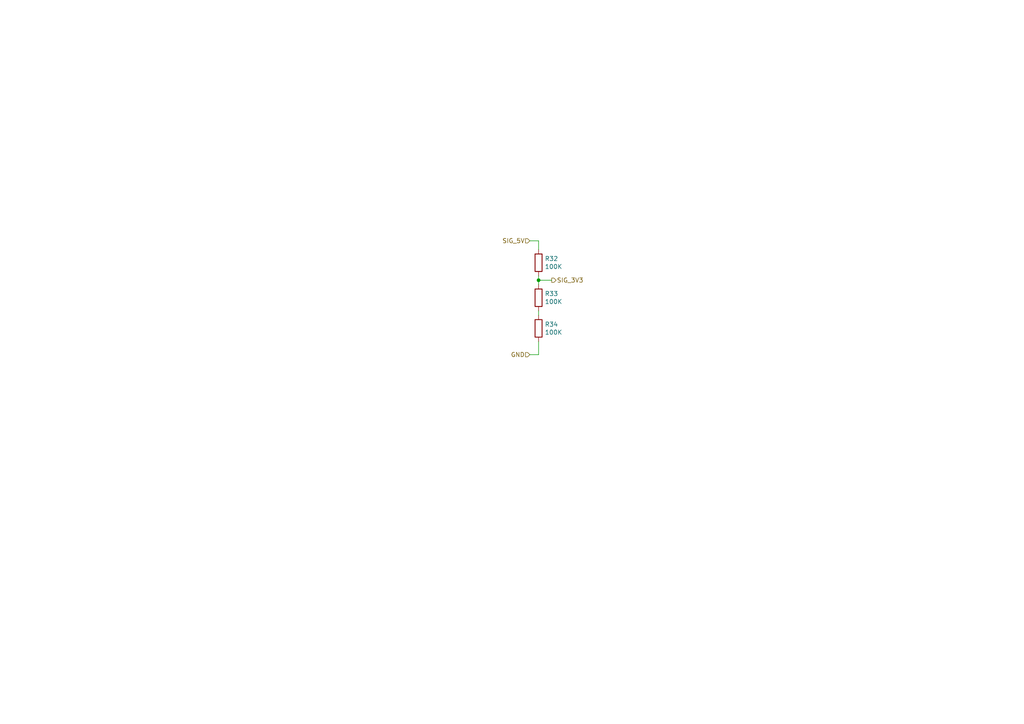
<source format=kicad_sch>
(kicad_sch (version 20211123) (generator eeschema)
  (paper "A4")
  (lib_symbols
    (symbol "Device:R" (pin_numbers hide) (pin_names (offset 0))
      (property "Reference" "R" (at 2.032 0 90))
      (property "Value" "R" (at 0 0 90))
      (symbol "R_0_1"
        (rectangle (start -1.016 -2.54) (end 1.016 2.54) (stroke (width 0.254)))
      )
      (symbol "R_1_1"
        (pin passive line (at 0 3.81 270) (length 1.27) (name "~") (number "1"))
        (pin passive line (at 0 -3.81 90) (length 1.27) (name "~") (number "2"))
      )
    )
  )
  (junction (at 156.21 81.28))
  (wire (pts (xy 156.21 91.44) (xy 156.21 90.17)))
  (wire (pts (xy 153.67 69.85) (xy 156.21 69.85)))
  (wire (pts (xy 156.21 99.06) (xy 156.21 102.87)))
  (wire (pts (xy 156.21 82.55) (xy 156.21 81.28)))
  (wire (pts (xy 156.21 69.85) (xy 156.21 72.39)))
  (wire (pts (xy 156.21 102.87) (xy 153.67 102.87)))
  (wire (pts (xy 160.02 81.28) (xy 156.21 81.28)))
  (wire (pts (xy 156.21 81.28) (xy 156.21 80.01)))
  (hierarchical_label "GND" (shape input) (at 153.67 102.87 180))
  (hierarchical_label "SIG_5V" (shape input) (at 153.67 69.85 180))
  (hierarchical_label "SIG_3V3" (shape output) (at 160.02 81.28 0))
  (symbol (lib_id "Device:R") (at 156.21 76.2 0) (unit 1)
    (property "Reference" "R32" (at 157.988 75.0316 0) (effects (justify left)))
    (property "Value" "100K" (at 157.988 77.343 0) (effects (justify left)))
    (property "Footprint" "Resistor_SMD:R_0603_1608Metric" (effects hide))
  )
  (symbol (lib_id "Device:R") (at 156.21 86.36 0) (unit 1)
    (property "Reference" "R33" (at 157.988 85.1916 0) (effects (justify left)))
    (property "Value" "100K" (at 157.988 87.503 0) (effects (justify left)))
    (property "Footprint" "Resistor_SMD:R_0603_1608Metric" (effects hide))
  )
  (symbol (lib_id "Device:R") (at 156.21 95.25 0) (unit 1)
    (property "Reference" "R34" (at 157.988 94.0816 0) (effects (justify left)))
    (property "Value" "100K" (at 157.988 96.393 0) (effects (justify left)))
    (property "Footprint" "Resistor_SMD:R_0603_1608Metric" (effects hide))
  )
)
</source>
